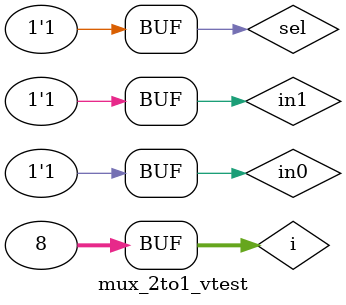
<source format=v>

`timescale 1ns / 1ps

module mux_2to1_vtest();
	//Inputs
	reg sel = 1'b0;
	reg in0 = 1'b0;
	reg in1 = 1'b0;
	integer i = 0;
	parameter num_inputs = 3;
	parameter max_count = (1<<num_inputs);
	
	//Output
	wire mux_out;
	
	//Instantiate design
	mux_2to1 UUT(
		.sel(sel),
		.in0(in0),
		.in1(in1),
		.mux_out(mux_out)
	);
	
	initial begin 
	#100 //wait 100ns
	for (i=1; i<max_count; i=i+1)
		begin
		{sel, in1, in0} = i;
		#100; //wait 100ns
		end
	end
endmodule

</source>
